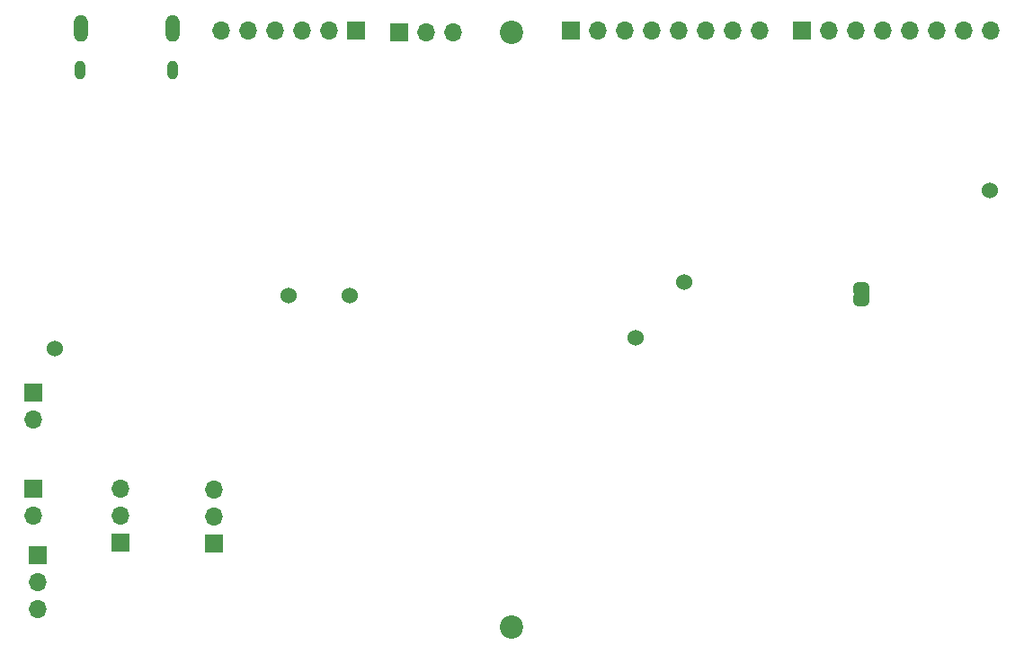
<source format=gbr>
%TF.GenerationSoftware,KiCad,Pcbnew,9.0.0*%
%TF.CreationDate,2025-05-06T12:07:41+02:00*%
%TF.ProjectId,Processing_board,50726f63-6573-4736-996e-675f626f6172,rev?*%
%TF.SameCoordinates,Original*%
%TF.FileFunction,Soldermask,Bot*%
%TF.FilePolarity,Negative*%
%FSLAX46Y46*%
G04 Gerber Fmt 4.6, Leading zero omitted, Abs format (unit mm)*
G04 Created by KiCad (PCBNEW 9.0.0) date 2025-05-06 12:07:41*
%MOMM*%
%LPD*%
G01*
G04 APERTURE LIST*
G04 Aperture macros list*
%AMFreePoly0*
4,1,23,0.500000,-0.750000,0.000000,-0.750000,0.000000,-0.745722,-0.065263,-0.745722,-0.191342,-0.711940,-0.304381,-0.646677,-0.396677,-0.554381,-0.461940,-0.441342,-0.495722,-0.315263,-0.495722,-0.250000,-0.500000,-0.250000,-0.500000,0.250000,-0.495722,0.250000,-0.495722,0.315263,-0.461940,0.441342,-0.396677,0.554381,-0.304381,0.646677,-0.191342,0.711940,-0.065263,0.745722,0.000000,0.745722,
0.000000,0.750000,0.500000,0.750000,0.500000,-0.750000,0.500000,-0.750000,$1*%
%AMFreePoly1*
4,1,23,0.000000,0.745722,0.065263,0.745722,0.191342,0.711940,0.304381,0.646677,0.396677,0.554381,0.461940,0.441342,0.495722,0.315263,0.495722,0.250000,0.500000,0.250000,0.500000,-0.250000,0.495722,-0.250000,0.495722,-0.315263,0.461940,-0.441342,0.396677,-0.554381,0.304381,-0.646677,0.191342,-0.711940,0.065263,-0.745722,0.000000,-0.745722,0.000000,-0.750000,-0.500000,-0.750000,
-0.500000,0.750000,0.000000,0.750000,0.000000,0.745722,0.000000,0.745722,$1*%
G04 Aperture macros list end*
%ADD10C,0.010000*%
%ADD11R,1.700000X1.700000*%
%ADD12O,1.700000X1.700000*%
%ADD13C,1.530000*%
%ADD14O,1.000000X1.800000*%
%ADD15C,2.200000*%
%ADD16FreePoly0,270.000000*%
%ADD17FreePoly1,270.000000*%
G04 APERTURE END LIST*
D10*
%TO.C,J11*%
X86461000Y-67378500D02*
X86493000Y-67380500D01*
X86524000Y-67384500D01*
X86555000Y-67390500D01*
X86585000Y-67397500D01*
X86615000Y-67406500D01*
X86645000Y-67417500D01*
X86674000Y-67429500D01*
X86702000Y-67442500D01*
X86730000Y-67457500D01*
X86757000Y-67474500D01*
X86783000Y-67492500D01*
X86808000Y-67511500D01*
X86831000Y-67531500D01*
X86854000Y-67553500D01*
X86876000Y-67576500D01*
X86896000Y-67599500D01*
X86915000Y-67624500D01*
X86933000Y-67650500D01*
X86950000Y-67677500D01*
X86965000Y-67705500D01*
X86978000Y-67733500D01*
X86990000Y-67762500D01*
X87001000Y-67792500D01*
X87010000Y-67822500D01*
X87017000Y-67852500D01*
X87023000Y-67883500D01*
X87027000Y-67914500D01*
X87029000Y-67946500D01*
X87030000Y-67977500D01*
X87030000Y-68577500D01*
X87030000Y-69177500D01*
X87029000Y-69208500D01*
X87027000Y-69240500D01*
X87023000Y-69271500D01*
X87017000Y-69302500D01*
X87010000Y-69332500D01*
X87001000Y-69362500D01*
X86990000Y-69392500D01*
X86978000Y-69421500D01*
X86965000Y-69449500D01*
X86950000Y-69477500D01*
X86933000Y-69504500D01*
X86915000Y-69530500D01*
X86896000Y-69555500D01*
X86876000Y-69578500D01*
X86854000Y-69601500D01*
X86831000Y-69623500D01*
X86808000Y-69643500D01*
X86783000Y-69662500D01*
X86757000Y-69680500D01*
X86730000Y-69697500D01*
X86702000Y-69712500D01*
X86674000Y-69725500D01*
X86645000Y-69737500D01*
X86615000Y-69748500D01*
X86585000Y-69757500D01*
X86555000Y-69764500D01*
X86524000Y-69770500D01*
X86493000Y-69774500D01*
X86461000Y-69776500D01*
X86430000Y-69777500D01*
X86399000Y-69776500D01*
X86367000Y-69774500D01*
X86336000Y-69770500D01*
X86305000Y-69764500D01*
X86275000Y-69757500D01*
X86245000Y-69748500D01*
X86215000Y-69737500D01*
X86186000Y-69725500D01*
X86158000Y-69712500D01*
X86130000Y-69697500D01*
X86103000Y-69680500D01*
X86077000Y-69662500D01*
X86052000Y-69643500D01*
X86029000Y-69623500D01*
X86006000Y-69601500D01*
X85984000Y-69578500D01*
X85964000Y-69555500D01*
X85945000Y-69530500D01*
X85927000Y-69504500D01*
X85910000Y-69477500D01*
X85895000Y-69449500D01*
X85882000Y-69421500D01*
X85870000Y-69392500D01*
X85859000Y-69362500D01*
X85850000Y-69332500D01*
X85843000Y-69302500D01*
X85837000Y-69271500D01*
X85833000Y-69240500D01*
X85831000Y-69208500D01*
X85830000Y-69177500D01*
X85830000Y-68577500D01*
X85830000Y-67977500D01*
X85831000Y-67946500D01*
X85833000Y-67914500D01*
X85837000Y-67883500D01*
X85843000Y-67852500D01*
X85850000Y-67822500D01*
X85859000Y-67792500D01*
X85870000Y-67762500D01*
X85882000Y-67733500D01*
X85895000Y-67705500D01*
X85910000Y-67677500D01*
X85927000Y-67650500D01*
X85945000Y-67624500D01*
X85964000Y-67599500D01*
X85984000Y-67576500D01*
X86006000Y-67553500D01*
X86029000Y-67531500D01*
X86052000Y-67511500D01*
X86077000Y-67492500D01*
X86103000Y-67474500D01*
X86130000Y-67457500D01*
X86158000Y-67442500D01*
X86186000Y-67429500D01*
X86215000Y-67417500D01*
X86245000Y-67406500D01*
X86275000Y-67397500D01*
X86305000Y-67390500D01*
X86336000Y-67384500D01*
X86367000Y-67380500D01*
X86399000Y-67378500D01*
X86430000Y-67377500D01*
X86461000Y-67378500D01*
G36*
X86461000Y-67378500D02*
G01*
X86493000Y-67380500D01*
X86524000Y-67384500D01*
X86555000Y-67390500D01*
X86585000Y-67397500D01*
X86615000Y-67406500D01*
X86645000Y-67417500D01*
X86674000Y-67429500D01*
X86702000Y-67442500D01*
X86730000Y-67457500D01*
X86757000Y-67474500D01*
X86783000Y-67492500D01*
X86808000Y-67511500D01*
X86831000Y-67531500D01*
X86854000Y-67553500D01*
X86876000Y-67576500D01*
X86896000Y-67599500D01*
X86915000Y-67624500D01*
X86933000Y-67650500D01*
X86950000Y-67677500D01*
X86965000Y-67705500D01*
X86978000Y-67733500D01*
X86990000Y-67762500D01*
X87001000Y-67792500D01*
X87010000Y-67822500D01*
X87017000Y-67852500D01*
X87023000Y-67883500D01*
X87027000Y-67914500D01*
X87029000Y-67946500D01*
X87030000Y-67977500D01*
X87030000Y-68577500D01*
X87030000Y-69177500D01*
X87029000Y-69208500D01*
X87027000Y-69240500D01*
X87023000Y-69271500D01*
X87017000Y-69302500D01*
X87010000Y-69332500D01*
X87001000Y-69362500D01*
X86990000Y-69392500D01*
X86978000Y-69421500D01*
X86965000Y-69449500D01*
X86950000Y-69477500D01*
X86933000Y-69504500D01*
X86915000Y-69530500D01*
X86896000Y-69555500D01*
X86876000Y-69578500D01*
X86854000Y-69601500D01*
X86831000Y-69623500D01*
X86808000Y-69643500D01*
X86783000Y-69662500D01*
X86757000Y-69680500D01*
X86730000Y-69697500D01*
X86702000Y-69712500D01*
X86674000Y-69725500D01*
X86645000Y-69737500D01*
X86615000Y-69748500D01*
X86585000Y-69757500D01*
X86555000Y-69764500D01*
X86524000Y-69770500D01*
X86493000Y-69774500D01*
X86461000Y-69776500D01*
X86430000Y-69777500D01*
X86399000Y-69776500D01*
X86367000Y-69774500D01*
X86336000Y-69770500D01*
X86305000Y-69764500D01*
X86275000Y-69757500D01*
X86245000Y-69748500D01*
X86215000Y-69737500D01*
X86186000Y-69725500D01*
X86158000Y-69712500D01*
X86130000Y-69697500D01*
X86103000Y-69680500D01*
X86077000Y-69662500D01*
X86052000Y-69643500D01*
X86029000Y-69623500D01*
X86006000Y-69601500D01*
X85984000Y-69578500D01*
X85964000Y-69555500D01*
X85945000Y-69530500D01*
X85927000Y-69504500D01*
X85910000Y-69477500D01*
X85895000Y-69449500D01*
X85882000Y-69421500D01*
X85870000Y-69392500D01*
X85859000Y-69362500D01*
X85850000Y-69332500D01*
X85843000Y-69302500D01*
X85837000Y-69271500D01*
X85833000Y-69240500D01*
X85831000Y-69208500D01*
X85830000Y-69177500D01*
X85830000Y-68577500D01*
X85830000Y-67977500D01*
X85831000Y-67946500D01*
X85833000Y-67914500D01*
X85837000Y-67883500D01*
X85843000Y-67852500D01*
X85850000Y-67822500D01*
X85859000Y-67792500D01*
X85870000Y-67762500D01*
X85882000Y-67733500D01*
X85895000Y-67705500D01*
X85910000Y-67677500D01*
X85927000Y-67650500D01*
X85945000Y-67624500D01*
X85964000Y-67599500D01*
X85984000Y-67576500D01*
X86006000Y-67553500D01*
X86029000Y-67531500D01*
X86052000Y-67511500D01*
X86077000Y-67492500D01*
X86103000Y-67474500D01*
X86130000Y-67457500D01*
X86158000Y-67442500D01*
X86186000Y-67429500D01*
X86215000Y-67417500D01*
X86245000Y-67406500D01*
X86275000Y-67397500D01*
X86305000Y-67390500D01*
X86336000Y-67384500D01*
X86367000Y-67380500D01*
X86399000Y-67378500D01*
X86430000Y-67377500D01*
X86461000Y-67378500D01*
G37*
X95101000Y-67378500D02*
X95133000Y-67380500D01*
X95164000Y-67384500D01*
X95195000Y-67390500D01*
X95225000Y-67397500D01*
X95255000Y-67406500D01*
X95285000Y-67417500D01*
X95314000Y-67429500D01*
X95342000Y-67442500D01*
X95370000Y-67457500D01*
X95397000Y-67474500D01*
X95423000Y-67492500D01*
X95448000Y-67511500D01*
X95471000Y-67531500D01*
X95494000Y-67553500D01*
X95516000Y-67576500D01*
X95536000Y-67599500D01*
X95555000Y-67624500D01*
X95573000Y-67650500D01*
X95590000Y-67677500D01*
X95605000Y-67705500D01*
X95618000Y-67733500D01*
X95630000Y-67762500D01*
X95641000Y-67792500D01*
X95650000Y-67822500D01*
X95657000Y-67852500D01*
X95663000Y-67883500D01*
X95667000Y-67914500D01*
X95669000Y-67946500D01*
X95670000Y-67977500D01*
X95670000Y-68577500D01*
X95670000Y-69177500D01*
X95669000Y-69208500D01*
X95667000Y-69240500D01*
X95663000Y-69271500D01*
X95657000Y-69302500D01*
X95650000Y-69332500D01*
X95641000Y-69362500D01*
X95630000Y-69392500D01*
X95618000Y-69421500D01*
X95605000Y-69449500D01*
X95590000Y-69477500D01*
X95573000Y-69504500D01*
X95555000Y-69530500D01*
X95536000Y-69555500D01*
X95516000Y-69578500D01*
X95494000Y-69601500D01*
X95471000Y-69623500D01*
X95448000Y-69643500D01*
X95423000Y-69662500D01*
X95397000Y-69680500D01*
X95370000Y-69697500D01*
X95342000Y-69712500D01*
X95314000Y-69725500D01*
X95285000Y-69737500D01*
X95255000Y-69748500D01*
X95225000Y-69757500D01*
X95195000Y-69764500D01*
X95164000Y-69770500D01*
X95133000Y-69774500D01*
X95101000Y-69776500D01*
X95070000Y-69777500D01*
X95039000Y-69776500D01*
X95007000Y-69774500D01*
X94976000Y-69770500D01*
X94945000Y-69764500D01*
X94915000Y-69757500D01*
X94885000Y-69748500D01*
X94855000Y-69737500D01*
X94826000Y-69725500D01*
X94798000Y-69712500D01*
X94770000Y-69697500D01*
X94743000Y-69680500D01*
X94717000Y-69662500D01*
X94692000Y-69643500D01*
X94669000Y-69623500D01*
X94646000Y-69601500D01*
X94624000Y-69578500D01*
X94604000Y-69555500D01*
X94585000Y-69530500D01*
X94567000Y-69504500D01*
X94550000Y-69477500D01*
X94535000Y-69449500D01*
X94522000Y-69421500D01*
X94510000Y-69392500D01*
X94499000Y-69362500D01*
X94490000Y-69332500D01*
X94483000Y-69302500D01*
X94477000Y-69271500D01*
X94473000Y-69240500D01*
X94471000Y-69208500D01*
X94470000Y-69177500D01*
X94470000Y-68577500D01*
X94470000Y-67977500D01*
X94471000Y-67946500D01*
X94473000Y-67914500D01*
X94477000Y-67883500D01*
X94483000Y-67852500D01*
X94490000Y-67822500D01*
X94499000Y-67792500D01*
X94510000Y-67762500D01*
X94522000Y-67733500D01*
X94535000Y-67705500D01*
X94550000Y-67677500D01*
X94567000Y-67650500D01*
X94585000Y-67624500D01*
X94604000Y-67599500D01*
X94624000Y-67576500D01*
X94646000Y-67553500D01*
X94669000Y-67531500D01*
X94692000Y-67511500D01*
X94717000Y-67492500D01*
X94743000Y-67474500D01*
X94770000Y-67457500D01*
X94798000Y-67442500D01*
X94826000Y-67429500D01*
X94855000Y-67417500D01*
X94885000Y-67406500D01*
X94915000Y-67397500D01*
X94945000Y-67390500D01*
X94976000Y-67384500D01*
X95007000Y-67380500D01*
X95039000Y-67378500D01*
X95070000Y-67377500D01*
X95101000Y-67378500D01*
G36*
X95101000Y-67378500D02*
G01*
X95133000Y-67380500D01*
X95164000Y-67384500D01*
X95195000Y-67390500D01*
X95225000Y-67397500D01*
X95255000Y-67406500D01*
X95285000Y-67417500D01*
X95314000Y-67429500D01*
X95342000Y-67442500D01*
X95370000Y-67457500D01*
X95397000Y-67474500D01*
X95423000Y-67492500D01*
X95448000Y-67511500D01*
X95471000Y-67531500D01*
X95494000Y-67553500D01*
X95516000Y-67576500D01*
X95536000Y-67599500D01*
X95555000Y-67624500D01*
X95573000Y-67650500D01*
X95590000Y-67677500D01*
X95605000Y-67705500D01*
X95618000Y-67733500D01*
X95630000Y-67762500D01*
X95641000Y-67792500D01*
X95650000Y-67822500D01*
X95657000Y-67852500D01*
X95663000Y-67883500D01*
X95667000Y-67914500D01*
X95669000Y-67946500D01*
X95670000Y-67977500D01*
X95670000Y-68577500D01*
X95670000Y-69177500D01*
X95669000Y-69208500D01*
X95667000Y-69240500D01*
X95663000Y-69271500D01*
X95657000Y-69302500D01*
X95650000Y-69332500D01*
X95641000Y-69362500D01*
X95630000Y-69392500D01*
X95618000Y-69421500D01*
X95605000Y-69449500D01*
X95590000Y-69477500D01*
X95573000Y-69504500D01*
X95555000Y-69530500D01*
X95536000Y-69555500D01*
X95516000Y-69578500D01*
X95494000Y-69601500D01*
X95471000Y-69623500D01*
X95448000Y-69643500D01*
X95423000Y-69662500D01*
X95397000Y-69680500D01*
X95370000Y-69697500D01*
X95342000Y-69712500D01*
X95314000Y-69725500D01*
X95285000Y-69737500D01*
X95255000Y-69748500D01*
X95225000Y-69757500D01*
X95195000Y-69764500D01*
X95164000Y-69770500D01*
X95133000Y-69774500D01*
X95101000Y-69776500D01*
X95070000Y-69777500D01*
X95039000Y-69776500D01*
X95007000Y-69774500D01*
X94976000Y-69770500D01*
X94945000Y-69764500D01*
X94915000Y-69757500D01*
X94885000Y-69748500D01*
X94855000Y-69737500D01*
X94826000Y-69725500D01*
X94798000Y-69712500D01*
X94770000Y-69697500D01*
X94743000Y-69680500D01*
X94717000Y-69662500D01*
X94692000Y-69643500D01*
X94669000Y-69623500D01*
X94646000Y-69601500D01*
X94624000Y-69578500D01*
X94604000Y-69555500D01*
X94585000Y-69530500D01*
X94567000Y-69504500D01*
X94550000Y-69477500D01*
X94535000Y-69449500D01*
X94522000Y-69421500D01*
X94510000Y-69392500D01*
X94499000Y-69362500D01*
X94490000Y-69332500D01*
X94483000Y-69302500D01*
X94477000Y-69271500D01*
X94473000Y-69240500D01*
X94471000Y-69208500D01*
X94470000Y-69177500D01*
X94470000Y-68577500D01*
X94470000Y-67977500D01*
X94471000Y-67946500D01*
X94473000Y-67914500D01*
X94477000Y-67883500D01*
X94483000Y-67852500D01*
X94490000Y-67822500D01*
X94499000Y-67792500D01*
X94510000Y-67762500D01*
X94522000Y-67733500D01*
X94535000Y-67705500D01*
X94550000Y-67677500D01*
X94567000Y-67650500D01*
X94585000Y-67624500D01*
X94604000Y-67599500D01*
X94624000Y-67576500D01*
X94646000Y-67553500D01*
X94669000Y-67531500D01*
X94692000Y-67511500D01*
X94717000Y-67492500D01*
X94743000Y-67474500D01*
X94770000Y-67457500D01*
X94798000Y-67442500D01*
X94826000Y-67429500D01*
X94855000Y-67417500D01*
X94885000Y-67406500D01*
X94915000Y-67397500D01*
X94945000Y-67390500D01*
X94976000Y-67384500D01*
X95007000Y-67380500D01*
X95039000Y-67378500D01*
X95070000Y-67377500D01*
X95101000Y-67378500D01*
G37*
%TO.C,JP2*%
G36*
X159250000Y-93500000D02*
G01*
X160750000Y-93500000D01*
X160750000Y-93800000D01*
X159250000Y-93800000D01*
X159250000Y-93500000D01*
G37*
%TD*%
D11*
%TO.C,J1*%
X132640000Y-68800000D03*
D12*
X135180000Y-68800000D03*
X137720000Y-68800000D03*
X140260000Y-68800000D03*
X142800000Y-68800000D03*
X145340000Y-68800000D03*
X147880000Y-68800000D03*
X150420000Y-68800000D03*
%TD*%
D13*
%TO.C,TP1*%
X84000000Y-98750000D03*
%TD*%
D11*
%TO.C,J4*%
X82425000Y-118275000D03*
D12*
X82425000Y-120815000D03*
X82425000Y-123355000D03*
%TD*%
D13*
%TO.C,TP13*%
X111750000Y-93750000D03*
%TD*%
D14*
%TO.C,J11*%
X95070000Y-72577500D03*
X86430000Y-72577500D03*
%TD*%
D11*
%TO.C,J8*%
X90200000Y-117080000D03*
D12*
X90200000Y-114540000D03*
X90200000Y-112000000D03*
%TD*%
D11*
%TO.C,J2*%
X154380000Y-68800000D03*
D12*
X156920000Y-68800000D03*
X159460000Y-68800000D03*
X162000000Y-68800000D03*
X164540000Y-68800000D03*
X167080000Y-68800000D03*
X169620000Y-68800000D03*
X172160000Y-68800000D03*
%TD*%
D11*
%TO.C,J5*%
X116475000Y-68975000D03*
D12*
X119015000Y-68975000D03*
X121555000Y-68975000D03*
%TD*%
D15*
%TO.C,H2*%
X127000000Y-125000000D03*
%TD*%
D13*
%TO.C,TP5*%
X138750000Y-97750000D03*
%TD*%
D11*
%TO.C,J6*%
X82000000Y-112000000D03*
D12*
X82000000Y-114540000D03*
%TD*%
D13*
%TO.C,TP6*%
X143250000Y-92500000D03*
%TD*%
D11*
%TO.C,J7*%
X82000000Y-102960000D03*
D12*
X82000000Y-105500000D03*
%TD*%
D13*
%TO.C,TP3*%
X172050000Y-83900000D03*
%TD*%
D11*
%TO.C,J9*%
X98975000Y-117125000D03*
D12*
X98975000Y-114585000D03*
X98975000Y-112045000D03*
%TD*%
D13*
%TO.C,TP12*%
X106000000Y-93750000D03*
%TD*%
D11*
%TO.C,J3*%
X112340000Y-68800000D03*
D12*
X109800000Y-68800000D03*
X107260000Y-68800000D03*
X104720000Y-68800000D03*
X102180000Y-68800000D03*
X99640000Y-68800000D03*
%TD*%
D15*
%TO.C,H1*%
X127000000Y-69000000D03*
%TD*%
D16*
%TO.C,JP2*%
X160000000Y-93000000D03*
D17*
X160000000Y-94300000D03*
%TD*%
M02*

</source>
